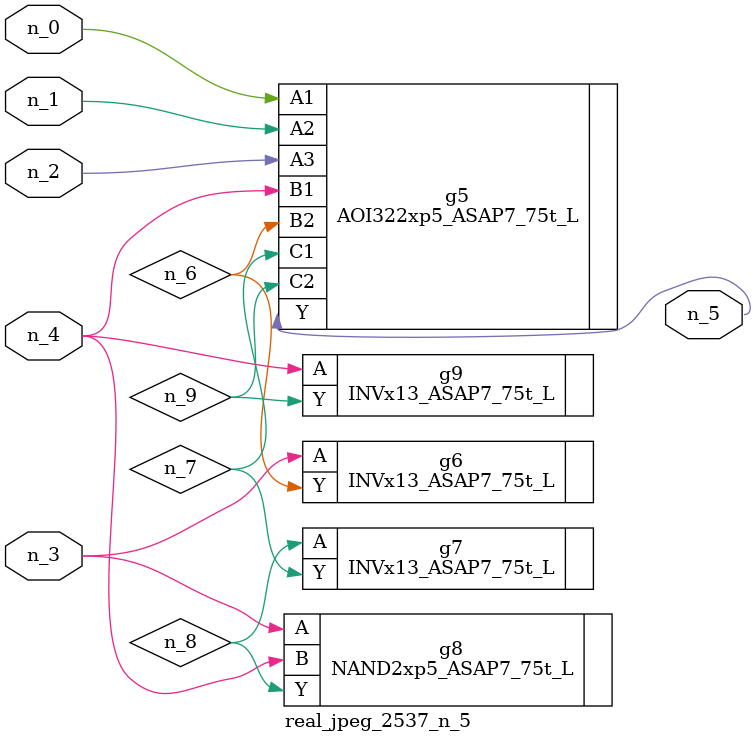
<source format=v>
module real_jpeg_2537_n_5 (n_4, n_0, n_1, n_2, n_3, n_5);

input n_4;
input n_0;
input n_1;
input n_2;
input n_3;

output n_5;

wire n_8;
wire n_6;
wire n_7;
wire n_9;

AOI322xp5_ASAP7_75t_L g5 ( 
.A1(n_0),
.A2(n_1),
.A3(n_2),
.B1(n_4),
.B2(n_6),
.C1(n_7),
.C2(n_9),
.Y(n_5)
);

INVx13_ASAP7_75t_L g6 ( 
.A(n_3),
.Y(n_6)
);

NAND2xp5_ASAP7_75t_L g8 ( 
.A(n_3),
.B(n_4),
.Y(n_8)
);

INVx13_ASAP7_75t_L g9 ( 
.A(n_4),
.Y(n_9)
);

INVx13_ASAP7_75t_L g7 ( 
.A(n_8),
.Y(n_7)
);


endmodule
</source>
